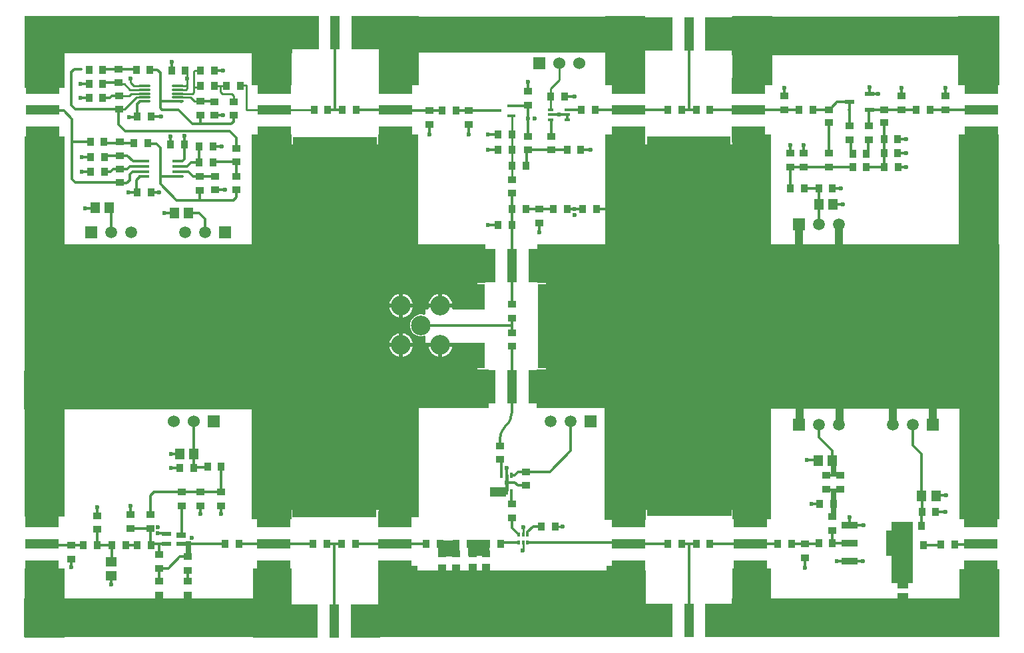
<source format=gbr>
%FSTAX44Y44*%
%MOMM*%
%SFA1B1*%

%IPPOS*%
%AMD23*
4,1,8,-0.701040,-0.139700,0.701040,-0.139700,0.734060,-0.104140,0.734060,0.104140,0.701040,0.139700,-0.701040,0.139700,-0.734060,0.104140,-0.734060,-0.104140,-0.701040,-0.139700,0.0*
1,1,0.070000,-0.701040,-0.104140*
1,1,0.070000,0.701040,-0.104140*
1,1,0.070000,0.701040,0.104140*
1,1,0.070000,-0.701040,0.104140*
%
%ADD10C,0.368299*%
%ADD11R,0.999998X0.899998*%
%ADD12R,0.899998X0.999998*%
%ADD13R,4.199992X1.199998*%
%ADD14R,4.199992X1.999996*%
%ADD15R,2.099996X0.899998*%
%ADD16R,2.099996X3.199994*%
%ADD17R,1.399997X1.199998*%
%ADD18R,1.199998X1.399997*%
%ADD19R,0.787398X0.355599*%
%ADD20R,1.199998X4.199992*%
%ADD21R,1.999996X4.199992*%
%ADD22R,1.422397X0.431799*%
G04~CAMADD=23~8~0.0~0.0~578.7~110.2~13.8~0.0~15~0.0~0.0~0.0~0.0~0~0.0~0.0~0.0~0.0~0~0.0~0.0~0.0~180.0~578.0~110.0*
%ADD23D23*%
%ADD24R,0.355599X0.787398*%
%ADD25R,0.304799X0.507999*%
%ADD26R,1.142998X0.457199*%
%ADD27R,1.149998X0.599999*%
%ADD28R,1.149998X0.499999*%
%ADD29R,1.149998X0.799998*%
%ADD30R,1.019998X0.889998*%
%ADD31C,0.253999*%
%ADD32C,0.999998*%
%ADD33C,0.399999*%
%ADD34C,0.380999*%
%ADD35C,0.499999*%
%ADD36R,33.999932X8.449983*%
%ADD37R,5.199990X18.949962*%
%ADD38R,0.749999X2.507995*%
%ADD39R,0.749999X3.499993*%
%ADD40R,2.699995X7.749985*%
%ADD41R,0.999998X3.899992*%
%ADD42R,2.099996X1.199998*%
%ADD43R,0.799998X1.499997*%
%ADD44R,33.999932X4.999990*%
%ADD45R,2.699995X4.199992*%
%ADD46R,5.124990X18.949962*%
%ADD47R,13.799972X4.999990*%
%ADD48R,5.199980X8.849972*%
%ADD49R,5.124990X8.849982*%
%ADD50R,33.924932X4.674991*%
%ADD51R,13.669973X4.999990*%
%ADD52R,5.124990X18.949972*%
%ADD53R,5.174990X8.849982*%
%ADD54R,5.274999X8.849992*%
%ADD55R,5.024990X18.949962*%
%ADD56R,5.163550X18.911522*%
%ADD57R,33.999932X4.788430*%
%ADD58R,5.138540X8.888422*%
%ADD59R,5.111430X9.188412*%
%ADD60R,5.111440X18.611523*%
%ADD61R,5.050000X19.049962*%
%ADD62R,4.999990X8.749982*%
%ADD63R,4.999990X19.049962*%
%ADD64R,5.050000X8.649983*%
%ADD65R,4.999990X8.999982*%
%ADD66R,4.999990X8.999982*%
%ADD67R,14.099972X4.999990*%
%ADD68R,5.274989X19.199962*%
%ADD69R,5.174990X18.799962*%
%ADD70R,13.899972X4.999990*%
%ADD71R,2.799994X2.099996*%
%ADD72R,5.149990X18.699963*%
%ADD73R,5.124990X18.999962*%
%ADD74R,5.149990X8.799982*%
%ADD75R,4.999990X8.799972*%
%ADD76C,1.499997*%
%ADD77R,1.499997X1.499997*%
%ADD78R,1.529997X1.529997*%
%ADD79C,1.529997*%
%ADD80C,2.499995*%
%ADD81C,0.599999*%
%ADD82C,0.999998*%
%ADD83C,3.499993*%
%LNradar_1ghz_copper_signal_top-1*%
%LPD*%
G36*
X00453459Y-00167539D02*
X00457999D01*
Y-00340999*
X00581459*
Y-00345539*
X00589999*
Y-00377499*
X00549734*
X00548692Y-00376229*
X00548837Y-00375499*
X00533999*
X00519162*
X00519307Y-00376229*
X00518265Y-00377499*
X00514999*
Y-00384214*
X00513729Y-00385011*
X00510812Y-00384229*
X00507186*
X00503684Y-00385168*
X00500544Y-00386981*
X0049798Y-00389544*
X00496168Y-00392684*
X00495229Y-00396186*
Y-00399812*
X00496168Y-00403314*
X0049798Y-00406454*
X00500544Y-00409018*
X00503684Y-00410831*
X00507186Y-00411769*
X00510812*
X00513729Y-00410988*
X00514999Y-00411784*
Y-00419999*
X00518261*
X00518671Y-004205*
X00533999*
X00549328*
X00549738Y-00419999*
X00589999*
Y-00452459*
X00581459*
Y-00456999*
X00459999*
Y-0063246*
X00452459*
Y-00641999*
X00345539*
Y-0063246*
X00341999*
Y-00457999*
X00004999*
Y-00339999*
X00341999*
Y-00167539*
X00346539*
Y-00158999*
X00453459*
Y-00167539*
G37*
G36*
X00902459D02*
X00907999D01*
Y-00341499*
X01245*
Y-00459499*
X00907999*
Y-0063246*
X00904459*
Y-00640499*
X00796539*
Y-0063246*
X00791999*
Y-00458499*
X00668539*
Y-00452459*
X00657999*
Y-00345539*
X00668539*
Y-00342499*
X00789999*
Y-00167539*
X00796539*
Y-00157499*
X00902459*
Y-00167539*
G37*
%LNradar_1ghz_copper_signal_top-2*%
%LPC*%
G36*
X00536499Y-00358162D02*
Y-00370499D01*
X00548837*
X00548461Y-00368612*
X00547328Y-00365875*
X00545682Y-00363412*
X00543587Y-00361317*
X00541123Y-00359671*
X00538386Y-00358537*
X00536499Y-00358162*
G37*
G36*
X00486499D02*
Y-00370499D01*
X00498837*
X00498461Y-00368612*
X00497328Y-00365875*
X00495682Y-00363412*
X00493587Y-00361317*
X00491123Y-00359671*
X00488386Y-00358537*
X00486499Y-00358162*
G37*
G36*
X005315D02*
X00529612Y-00358537D01*
X00526875Y-00359671*
X00524412Y-00361317*
X00522317Y-00363412*
X00520671Y-00365875*
X00519537Y-00368612*
X00519162Y-00370499*
X005315*
Y-00358162*
G37*
G36*
X00481499D02*
X00479612Y-00358537D01*
X00476875Y-00359671*
X00474412Y-00361317*
X00472317Y-00363412*
X00470671Y-00365875*
X00469537Y-00368612*
X00469162Y-00370499*
X00481499*
Y-00358162*
G37*
G36*
X00498837Y-00375499D02*
X00486499D01*
Y-00387837*
X00488386Y-00387461*
X00491123Y-00386328*
X00493587Y-00384682*
X00495682Y-00382587*
X00497328Y-00380123*
X00498461Y-00377386*
X00498837Y-00375499*
G37*
G36*
X00481499D02*
X00469162D01*
X00469537Y-00377386*
X00470671Y-00380123*
X00472317Y-00382587*
X00474412Y-00384682*
X00476875Y-00386328*
X00479612Y-00387461*
X00481499Y-00387837*
Y-00375499*
G37*
G36*
X00486499Y-00408162D02*
Y-004205D01*
X00498837*
X00498461Y-00418612*
X00497328Y-00415875*
X00495682Y-00413412*
X00493587Y-00411317*
X00491123Y-00409671*
X00488386Y-00408537*
X00486499Y-00408162*
G37*
G36*
X00481499D02*
X00479612Y-00408537D01*
X00476875Y-00409671*
X00474412Y-00411317*
X00472317Y-00413412*
X00470671Y-00415875*
X00469537Y-00418612*
X00469162Y-004205*
X00481499*
Y-00408162*
G37*
G36*
X00498837Y-004255D02*
X00486499D01*
Y-00437837*
X00488386Y-00437461*
X00491123Y-00436328*
X00493587Y-00434682*
X00495682Y-00432587*
X00497328Y-00430123*
X00498461Y-00427386*
X00498837Y-004255*
G37*
G36*
X00548837D02*
X00536499D01*
Y-00437837*
X00538386Y-00437461*
X00541123Y-00436328*
X00543587Y-00434682*
X00545682Y-00432587*
X00547328Y-00430123*
X00548461Y-00427386*
X00548837Y-004255*
G37*
G36*
X005315D02*
X00519162D01*
X00519537Y-00427386*
X00520671Y-00430123*
X00522317Y-00432587*
X00524412Y-00434682*
X00526875Y-00436328*
X00529612Y-00437461*
X005315Y-00437837*
Y-004255*
G37*
G36*
X00481499D02*
X00469162D01*
X00469537Y-00427386*
X00470671Y-00430123*
X00472317Y-00432587*
X00474412Y-00434682*
X00476875Y-00436328*
X00479612Y-00437461*
X00481499Y-00437837*
Y-004255*
G37*
%LNradar_1ghz_copper_signal_top-3*%
%LPD*%
G54D10*
X00616825Y-00526173D02*
D01*
X00615716Y-00527364*
X00614692Y-00528629*
X00613758Y-00529962*
X00612921Y-00531357*
X00612182Y-00532807*
X00611546Y-00534305*
X00611017Y-00535843*
X00610596Y-00537415*
X00610286Y-00539013*
X00610088Y-00540628*
X00610003Y-00542253*
X00609999Y-00542634*
X00616825Y-00526173D02*
D01*
X00618153Y-00524752*
X00619378Y-00523241*
X00620494Y-00521648*
X00621497Y-00519981*
X00622381Y-00518248*
X00623143Y-00516458*
X00623777Y-0051462*
X00624281Y-00512741*
X00624654Y-00510832*
X00624892Y-00508901*
X00624995Y-00506959*
X00624999Y-00506456*
X00064999Y-00075488D02*
X00068488Y-00071999D01*
X00077496*
X01079999Y-00103539D02*
Y-00094999D01*
X01079779Y-00103919D02*
X01090919D01*
X01090999Y-00103999*
X01079699Y-00103839D02*
X01079779Y-00103919D01*
X01079699Y-00103839D02*
X01079999Y-00103539D01*
X01040399Y-00298899D02*
X01040999Y-00299499D01*
X00988999Y-00304999D02*
X00989599Y-00304399D01*
X00988999Y-00307999D02*
X00989599Y-00307399D01*
X01032999Y-00243999D02*
X01045999D01*
X01032499Y-00223999D02*
X01042999D01*
X00995999Y-00179249D02*
Y-00168999D01*
X00978999Y-00179249D02*
Y-00168999D01*
X00970999Y-00106249D02*
Y-00095999D01*
X01175999Y-00106499D02*
Y-00095999D01*
X01119999Y-00106499D02*
Y-00095999D01*
X01115499Y-00160999D02*
X01125999D01*
X01115499Y-00178999D02*
X01125999D01*
X01115749Y-00196999D02*
X01125999D01*
X01055999Y-00177749D02*
Y-00161749D01*
X01053999Y-00159749D02*
X01055999Y-00161749D01*
Y-00177749D02*
X01058249Y-00179999D01*
X01078408Y-00162341D02*
X01078999Y-00161749D01*
X01078408Y-00177341D02*
Y-00162341D01*
X01075749Y-00179999D02*
X01078408Y-00177341D01*
X01098249Y-00196999D02*
D01*
X01075749D02*
X01098249D01*
X01097999Y-00196749D02*
X01098249Y-00196999D01*
X01097999Y-00196749D02*
Y-00178999D01*
Y-00160999*
X01078999Y-00124859D02*
X01079699Y-00124159D01*
X01078999Y-00144249D02*
Y-00124859D01*
X01097999Y-00160999D02*
Y-00140279D01*
X01031258Y-00121127D02*
X01038385Y-00113999D01*
X01054299*
X01079779Y-00124079D02*
X01097919D01*
X01097999Y-00123999*
X01079699Y-00124159D02*
X01079779Y-00124079D01*
X01097999Y-00123999D02*
X01119999D01*
X01139249*
X01139169Y-00124079D02*
X01139249Y-00123999D01*
X01156749D02*
X01175999D01*
X01221999*
X01028649Y-00123859D02*
X01031258Y-00121251D01*
Y-00121127*
X01027999Y-00123859D02*
X01028649D01*
X01053999Y-00123999D02*
Y-00115239D01*
Y-00142249D02*
Y-00123999D01*
X01053859Y-00123859D02*
X01053999Y-00123999D01*
X01053599Y-00114839D02*
X01053999Y-00115239D01*
X01027999Y-00179249D02*
Y-00140139D01*
X01027929Y-00123929D02*
X01027999Y-00123859D01*
X01007749Y-00123999D02*
X01007819Y-00123929D01*
X01027929*
X00925999Y-00123999D02*
X00990249D01*
X01058124Y-00196874D02*
X01058249Y-00196999D01*
X01027999Y-00196749D02*
X01028124Y-00196874D01*
X01058124*
X00995999Y-00196749D02*
X01027999D01*
X00978999D02*
X00995999D01*
X00996749Y-00223999D02*
X01014999D01*
X00979124Y-00223874D02*
Y-00196874D01*
Y-00223874D02*
X00979249Y-00223999D01*
X00978999Y-00196749D02*
X00979124Y-00196874D01*
X01014999Y-00243999D02*
Y-00223999D01*
Y-00269499D02*
Y-00243999D01*
X00321999Y-00675999D02*
X00372249D01*
X00277749D02*
X00321999D01*
X01220499Y-00676499D02*
X01220999Y-00675999D01*
X01188249Y-00676499D02*
X01220499D01*
X01148999Y-00677249D02*
X01169999D01*
X01170749Y-00676499*
X01148249Y-00677999D02*
X01148999Y-00677249D01*
X01032749Y-00674999D02*
Y-00658999D01*
Y-00674999D02*
X01053999D01*
X01014624Y-00675624D02*
X01015249Y-00674999D01*
X00998124Y-00675624D02*
X01014624D01*
X00997499Y-00676249D02*
X00998124Y-00675624D01*
X01134599Y-00550599D02*
X01145999Y-00561999D01*
X01134599Y-00550599D02*
Y-00524499D01*
X01145999Y-00614999D02*
Y-00561999D01*
X01146249Y-00635D02*
Y-00615249D01*
X01145999Y-00614999D02*
X01146249Y-00615249D01*
X01145999Y-00652749D02*
Y-00635249D01*
X01145749Y-00652999D02*
X01145999Y-00652749D01*
Y-00635249D02*
X01146249Y-00635D01*
X01053999Y-00651999D02*
Y-00641999D01*
X01037999Y-00697999D02*
X01070999D01*
X01053999Y-00651999D02*
X01071999D01*
X01005999Y-00624999D02*
X01016499D01*
X00192124Y-00073624D02*
X00192187Y-00073562D01*
X010154Y-00540399D02*
X01032499Y-00557499D01*
Y-00569999D02*
Y-00557499D01*
X010154Y-00540399D02*
Y-00524499D01*
X01024999Y-00588749D02*
X01042499D01*
X01026249Y-00607499D02*
X01037499D01*
X01024999Y-00606249D02*
X01026249Y-00607499D01*
X00997374Y-00676124D02*
X00997499Y-00676249D01*
X01039999Y-00586249D02*
X01042499Y-00588749D01*
X00999999Y-00569499D02*
X01013999D01*
X01014499Y-00569999*
X00980874Y-00676124D02*
X00997374D01*
X00980749Y-00675999D02*
X00980874Y-00676124D01*
X00927999Y-00675999D02*
X00963249D01*
X01163749Y-00635D02*
X01175999D01*
X01164999Y-00613999D02*
X01176749D01*
X01163999Y-00614999D02*
X01164999Y-00613999D01*
X01163749Y-00615249D02*
X01163999Y-00614999D01*
X00997499Y-00705999D02*
Y-00693749D01*
X00644729Y-00674379D02*
X00771379D01*
X00772999Y-00675999*
X00673249Y-00584249D02*
X00699999Y-00557499D01*
Y-00519999*
X00642999Y-00584249D02*
X00673249D01*
X00032499Y-00124999D02*
X00054999D01*
X00065499Y-00162499D02*
Y-00135499D01*
X00054999Y-00124999D02*
X00065499Y-00135499D01*
X00177999Y-00217999D02*
Y-00207999D01*
Y-00217999D02*
X00198749Y-00238749D01*
X00227999*
X00174999Y-00662499D02*
X00175249Y-00662749D01*
X00185249D02*
X00185499Y-00662999D01*
X00175249Y-00662749D02*
X00185249D01*
X00164999Y-00614999D02*
X00169749Y-00610249D01*
X00164999Y-00638749D02*
Y-00614999D01*
X00165449Y-00674206D02*
Y-00656249D01*
X00168427Y-00675519D02*
X00168908Y-00675999D01*
X00168427Y-00675519D02*
Y-00675007D01*
X00169749Y-00610249D02*
X00204999D01*
X00139999Y-00656249D02*
X00164999D01*
X00116249Y-00697249D02*
Y-00677499D01*
X00114999Y-006985D02*
X00116249Y-00697249D01*
X00097499Y-00677499D02*
D01*
Y-00657499*
Y-00677499D02*
X00116249D01*
X00097499Y-00639999D02*
Y-00629249D01*
X00114999Y-00727249D02*
Y-00716499D01*
X00624999Y-00506456D02*
Y-00506436D01*
Y-00475999*
X00609999Y-00542634D02*
Y-00548591D01*
Y-00551249D02*
Y-00548591D01*
X00105479Y-00071999D02*
X001465D01*
X00104739Y-00072739D02*
X00105479Y-00071999D01*
X001465D02*
X00147249Y-00072749D01*
X00179999Y-00123999D02*
X00200999D01*
X00177719Y-00121719D02*
X00179999Y-00123999D01*
X00177719Y-00121719D02*
Y-00112999D01*
X00192187Y-00073562D02*
Y-00062937D01*
X00192124Y-00062874D02*
X00192187Y-00062937D01*
X00114749Y-00202249D02*
X00117999Y-00198999D01*
X00106499Y-00202249D02*
X00114749D01*
X00117999Y-00198999D02*
X00126499D01*
X00135999D02*
X00139249Y-00195749D01*
X00126499Y-00198999D02*
X00135999D01*
X00139249Y-00195749D02*
X00157032D01*
X00106499Y-00183749D02*
X00108249Y-00181999D01*
X00126749*
X00135999*
X00143249Y-00189249*
X00157032*
X00190874Y-00158124D02*
X00190999Y-00157999D01*
X00190749Y-00168249D02*
X00190874Y-00168124D01*
Y-00158124*
X00177999Y-00207999D02*
Y-00171999D01*
Y-00207999D02*
X00178749Y-00208749D01*
X00200466*
X00227999Y-00238749D02*
X00270999D01*
X00227999D02*
D01*
X00177719Y-00112999D02*
Y-00076549D01*
Y-00112999D02*
X00177939Y-00113219D01*
X00200399*
X00228999Y-00141999D02*
X00267999D01*
X00218999D02*
X00228999D01*
X00228499Y-00141499D02*
Y-00130749D01*
Y-00141499D02*
X00228999Y-00141999D01*
X00200999Y-00123999D02*
X00218999Y-00141999D01*
X00267999D02*
X00270999Y-00138999D01*
Y-00131249*
X00271249Y-00130999*
X00124874Y-00142374D02*
X00133499Y-00150999D01*
X00265749*
X00274499Y-00159749*
X00030999Y-00123499D02*
X00032499Y-00124999D01*
X00200466Y-00208749D02*
X00200625Y-00208908D01*
X00205656*
X00104739Y-00108299D02*
X00113699D01*
X00116249Y-00105749*
X00125249*
X00069874Y-00122874D02*
X00124874D01*
X00064999Y-00117999D02*
X00069874Y-00122874D01*
X00124874Y-00142374D02*
Y-00122874D01*
X00183249Y-00255249D02*
X00183374Y-00255124D01*
X00195874*
X00195999Y-00254999*
X00094749Y-00248999D02*
X0009525Y-00248499D01*
X00081999Y-00248999D02*
X00094749D01*
X00175874Y-00229124D02*
X00175999Y-00228999D01*
X00165999Y-00229249D02*
X00166124Y-00229124D01*
X00175874*
X00162999Y-00166689D02*
X00172689D01*
X00177999Y-00171999*
X00166249Y-00132249D02*
X00166624Y-00132624D01*
X00178624*
X00065499Y-00164249D02*
Y-00162499D01*
X0006725Y-00164249*
X00088749*
X00076489Y-00108299D02*
X00087239D01*
X00103999Y-00165999D02*
X00144499D01*
X00064999Y-00117999D02*
Y-00075488D01*
X00076489Y-00090519D02*
X00087239D01*
X00104739D02*
X00105759Y-00089499D01*
X00124999*
X00164749Y-00072739D02*
X00173909D01*
X00200466Y-00195749D02*
X00212249D01*
X00200466Y-00202249D02*
X00213249D01*
X00212249Y-00195749D02*
X00217249Y-00190749D01*
X00213249Y-00202249D02*
X00219342Y-00208342D01*
X00217249Y-00190749D02*
X00227249D01*
X00219342Y-00208342D02*
X00227843D01*
X00227249Y-00190749D02*
Y-00170999D01*
X00227843Y-00208342D02*
X00227999Y-00208499D01*
Y-00238749D02*
Y-00225999D01*
Y-00208499D02*
X00228249Y-00208249D01*
X00247749*
X00244749Y-00190749D02*
X00245249Y-00190249D01*
X00247749Y-00225749D02*
X00259749D01*
X00227249Y-00170999D02*
X00227499Y-00170749D01*
X00228499Y-00113249D02*
X00246499D01*
X00246749Y-00113499*
X00244999Y-00170749D02*
X0025575D01*
X00246749Y-00130999D02*
X00257499D01*
X00245249Y-00190249D02*
X00274749D01*
X00270999Y-00238749D02*
X00274749Y-00234999D01*
X00274499Y-00172499D02*
X00274749Y-00172749D01*
Y-00234999D02*
Y-00225749D01*
Y-00208249D02*
Y-00190249D01*
X00246749Y-00073749D02*
X00257499D01*
X00274499Y-00172499D02*
Y-00159749D01*
X00065499Y-00212249D02*
Y-00164249D01*
Y-00212249D02*
X00069749Y-00216499D01*
X00078249Y-00202249D02*
X00088999D01*
X00078249Y-00183749D02*
X00088999D01*
X00069749Y-00216499D02*
X00122499D01*
Y-00217249D02*
X00134999D01*
X00138999Y-00213249*
Y-00205999*
X00142749Y-00202249*
X00157032*
X00190749Y-00168249D02*
Y-00167749D01*
X00200399Y-00113219D02*
X00204399D01*
X00204529Y-00113349*
X00173909Y-00072739D02*
X00177719Y-00076549D01*
X00192124Y-00073624D02*
X00192249Y-00073749D01*
X00624999Y-00655268D02*
Y-00642749D01*
Y-00655268D02*
X0063373Y-00663998D01*
Y-00664379D02*
Y-00663998D01*
X00624999Y-00475999D02*
Y-00424749D01*
X00624499Y-00588331D02*
X00628817D01*
X00632899Y-00584249*
X00642999*
X00628704Y-00598031D02*
X00632422Y-00601749D01*
X00642999*
X00617999Y-00598031D02*
X00628704D01*
X00624563Y-00624813D02*
Y-00609731D01*
X00624499Y-00609667D02*
X00624563Y-00609731D01*
Y-00624813D02*
X00624999Y-00625249D01*
X00617999Y-00588331D02*
Y-00578999D01*
X00609999Y-00568749D02*
X00611499Y-00571408D01*
Y-00588331D02*
Y-00571408D01*
X00651834Y-00653999D02*
X00662249D01*
X00644729Y-00664379D02*
Y-00661104D01*
X00651834Y-00653999*
X00475999Y-00675999D02*
X00516249D01*
X00610749D02*
X00612369Y-00674379D01*
X0063373*
X00219999Y-00561499D02*
Y-00519999D01*
Y-00561499D02*
X00220249Y-00561749D01*
X00644999Y-00100499D02*
Y-00087999D01*
X00691831Y-00106917D02*
X00704331D01*
X00644999Y-00157499D02*
Y-00134999D01*
Y-00174999D02*
X00674999D01*
X00623889Y-00118499D02*
X00644499D01*
X00644999Y-00117999*
X00704999Y-00249999D02*
X00714999D01*
X00694999D02*
X00704999D01*
X00644999Y-00134999D02*
Y-00117999D01*
X00659999Y-00249999D02*
X00677499D01*
X00712499Y-00174999D02*
X00724999D01*
X00674999D02*
X00694999D01*
X00642499Y-00194999D02*
X00643749Y-00193749D01*
Y-00176249*
X00644999Y-00174999*
X00659999Y-00279999D02*
Y-00267499D01*
X00674602Y-00136499D02*
X00674665Y-00136563D01*
Y-00157165D02*
X00674999Y-00157499D01*
X00674331Y-00136499D02*
X00674602D01*
X00674665Y-00157165D02*
Y-00136563D01*
X00695667Y-00136499D02*
Y-00129999D01*
X00684999D02*
X00695667D01*
X00674331D02*
X00684999D01*
X00697699Y-00123499D02*
X00698199Y-00123999D01*
X00713499*
X00695667Y-00123499D02*
X00697699D01*
X00730999Y-00123999D02*
X00772999D01*
X00569999Y-00154999D02*
Y-00142499D01*
X00519999Y-00154999D02*
Y-00142499D01*
X00594999Y-00154999D02*
X00607499D01*
X00594999Y-00174999D02*
X00607499D01*
X00624999Y-00249999D02*
Y-00229999D01*
X00569999Y-00124999D02*
X00606109D01*
X00553749D02*
X00569999D01*
X00519999D02*
X00536249D01*
X00477999D02*
X00519999D01*
X00476999Y-00123999D02*
X00477999Y-00124999D01*
X00594999Y-00269999D02*
X00607499D01*
X00732499Y-00249999D02*
X00759499D01*
X00759999Y-00249499*
X00642499Y-00249999D02*
X00659999D01*
X00624999Y-00269999D02*
Y-00249999D01*
Y-00321999D02*
Y-00269999D01*
Y-00321999D02*
D01*
Y-00371249D02*
Y-00321999D01*
Y-00397999D02*
Y-00388749D01*
Y-00407249D02*
Y-00397999D01*
X00508999D02*
X00624999D01*
X00849999Y-00123999D02*
X00859249D01*
X00840749D02*
X00849999D01*
Y-00026999*
Y-00675999D02*
X00859249D01*
X00840749D02*
X00849999D01*
Y-00772999D02*
Y-00675999D01*
X00398999D02*
X00408249D01*
X00389749D02*
X00398999D01*
Y-00773999D02*
D01*
Y-00675999*
X00399999Y-00123999D02*
X00409249D01*
X00390749D02*
X00399999D01*
Y-00025999*
D01*
X00876749Y-00675999D02*
X00927999D01*
X00772999D02*
X00823249D01*
X00876749Y-00123999D02*
X00925999D01*
X00772999D02*
X00823249D01*
X00426749D02*
X00476999D01*
X00425749Y-00675999D02*
X00475999D01*
X00254999Y-00609749D02*
X00255124Y-00609624D01*
Y-00578124D02*
X00255249Y-00577999D01*
X00255124Y-00609624D02*
Y-00578124D01*
X00237249Y-00578499D02*
X00237749Y-00577999D01*
X00220249Y-00578999D02*
X00220749Y-00578499D01*
X00237249*
X00220249Y-00578999D02*
Y-00561749D01*
X00191999Y-00578999D02*
X00202749D01*
X00191499Y-00561749D02*
X00202249D01*
X00174999Y-00675999D02*
X00185499D01*
X00168908D02*
X00174999D01*
X00175999Y-00676999*
Y-00689499D02*
Y-00676999D01*
X00203999Y-00675999D02*
X00213999D01*
X00260249*
X00213999Y-00679499D02*
Y-00675999D01*
X00204999Y-00663499D02*
Y-00627749D01*
X00203999Y-00664499D02*
X00204999Y-00663499D01*
Y-00627749D02*
D01*
X00205249Y-00609999D02*
X00228499D01*
X00228749Y-00609749*
X00204999Y-00610249D02*
X00205249Y-00609999D01*
X00228749Y-00609749D02*
X00254999D01*
Y-00637999D02*
Y-00627249D01*
X00258249Y-00673999D02*
X00260249Y-00675999D01*
X00187999Y-00706999D02*
X00202999Y-00691999D01*
X00212999*
X00175999Y-00706999D02*
X00187999D01*
X00175999Y-00723249D02*
Y-00706999D01*
X00212999Y-00723249D02*
Y-00709499D01*
X00064999Y-00705749D02*
Y-00694999D01*
X00228749Y-00637999D02*
Y-00627249D01*
X00139999Y-00638749D02*
Y-00627999D01*
X00133749Y-00677499D02*
X00148749D01*
X00064999D02*
X00079999D01*
X00026999Y-00675999D02*
X00028499Y-00677499D01*
X00064999*
G54D11*
X00995999Y-00196749D03*
Y-00179249D03*
X01024999Y-00606249D03*
Y-00588749D03*
X01032499Y-00658749D03*
Y-00641249D03*
X00097499Y-00639999D03*
Y-00657499D03*
X00674999Y-00157499D03*
Y-00174999D03*
X00624999Y-00407249D03*
Y-00424749D03*
X00659999Y-00249999D03*
Y-00267499D03*
X00254999Y-00627249D03*
Y-00609749D03*
X00064999Y-00694999D03*
Y-00677499D03*
X00624999Y-00388749D03*
Y-00371249D03*
X00212999Y-00723249D03*
Y-00740749D03*
X00204999Y-00610249D03*
Y-00627749D03*
X00139999Y-00656249D03*
Y-00638749D03*
X00164999D03*
Y-00656249D03*
X01042499Y-00588749D03*
Y-00606249D03*
X01027999Y-00196749D03*
Y-00179249D03*
X00246749Y-00113499D03*
Y-00130999D03*
X00228499Y-00130749D03*
Y-00113249D03*
X00125249Y-00123249D03*
Y-00105749D03*
X00126749Y-00181999D03*
Y-00164499D03*
X00274749Y-00190249D03*
Y-00172749D03*
X00124999Y-00089499D03*
Y-00071999D03*
X00126499Y-00216499D03*
Y-00198999D03*
X00227999Y-00225999D03*
Y-00208499D03*
X00247749Y-00208249D03*
Y-00225749D03*
X00591999Y-00688249D03*
Y-00705749D03*
X00554139Y-00688649D03*
Y-00706149D03*
X00212999Y-00691999D03*
Y-00709499D03*
X00644999Y-00117999D03*
Y-00100499D03*
Y-00174999D03*
Y-00157499D03*
X00624999Y-00212499D03*
Y-00229999D03*
X00274749Y-00208249D03*
Y-00225749D03*
X00271249Y-00113499D03*
Y-00130999D03*
X00609999Y-00551249D03*
Y-00568749D03*
X00624999Y-00625249D03*
Y-00642749D03*
X00642999Y-00584249D03*
Y-00601749D03*
X00574999Y-00688249D03*
Y-00705749D03*
X00536359Y-00688649D03*
Y-00706149D03*
X01175999Y-00123999D03*
Y-00106499D03*
X00970999Y-00123749D03*
Y-00106249D03*
X01119999Y-00123999D03*
Y-00106499D03*
X01078999Y-00161749D03*
Y-00144249D03*
X01053999Y-00161749D03*
Y-00144249D03*
X00978999Y-00179249D03*
Y-00196749D03*
X00997499Y-00676249D03*
Y-00693749D03*
X00175999Y-00723249D03*
Y-00740749D03*
Y-00689499D03*
Y-00706999D03*
X00228749Y-00609749D03*
Y-00627249D03*
X00519999Y-00124999D03*
Y-00142499D03*
X00569999Y-00124999D03*
Y-00142499D03*
G54D12*
X01075749Y-00196999D03*
X01058249D03*
X01015249Y-00674999D03*
X01032749D03*
X01170749Y-00676499D03*
X01188249D03*
X01148249Y-00677999D03*
X01130749D03*
X01145749Y-00652999D03*
X01128249D03*
X00963249Y-00675999D03*
X00980749D03*
X01146249Y-00635D03*
X01163749D03*
X00677499Y-00249999D03*
X00694999D03*
X00730999Y-00123999D03*
X00713499D03*
X00607499Y-00269999D03*
X00624999D03*
X00642499Y-00249999D03*
X00624999D03*
X00859249Y-00675999D03*
X00876749D03*
X00823249D03*
X00840749D03*
X00202749Y-00578999D03*
X00220249D03*
X00097499Y-00677499D03*
X00079999D03*
X00859249Y-00123999D03*
X00876749D03*
X00823249D03*
X00840749D03*
X00408249Y-00675999D03*
X00425749D03*
X00372249D03*
X00389749D03*
X00426749Y-00123999D03*
X00409249D03*
X00390749D03*
X00373249D03*
X00255249Y-00577999D03*
X00237749D03*
X01058249Y-00179999D03*
X01075749D03*
X01115749Y-00196999D03*
X01098249D03*
X00996749Y-00223999D03*
X00979249D03*
X00662249Y-00653999D03*
X00679749D03*
X00104739Y-00108299D03*
X00087239D03*
X00144499Y-00165999D03*
X00161999D03*
X00227249Y-00190749D03*
X00244749D03*
X00147249Y-00072749D03*
X00164749D03*
X00228999Y-00092999D03*
X00246499D03*
X00261749D03*
X00279249D03*
X00106499Y-00202249D03*
X00088999D03*
X00133749Y-00677499D03*
X00116249D03*
X00536249Y-00124999D03*
X00553749D03*
X00607499Y-00154999D03*
X00624999D03*
X00642499Y-00194999D03*
X00624999D03*
X00209749Y-00073749D03*
X00192249D03*
X00148499Y-00229249D03*
X00165999D03*
X00148749Y-00132249D03*
X00166249D03*
X00208249Y-00168249D03*
X00190749D03*
X00106249Y-00164249D03*
X00088749D03*
X00104739Y-00072739D03*
X00087239D03*
X00106499Y-00183749D03*
X00088999D03*
X00227499Y-00170749D03*
X00244999D03*
X00104739Y-00090519D03*
X00087239D03*
X00229249Y-00073749D03*
X00246749D03*
X00610749Y-00675999D03*
X00593249D03*
X00571749D03*
X00554249D03*
X00533749D03*
X00516249D03*
X01139249Y-00123999D03*
X01156749D03*
X00990249D03*
X01007749D03*
X01097999Y-00178999D03*
X01115499D03*
X01097999Y-00160999D03*
X01115499D03*
X01032499Y-00223999D03*
X01014999D03*
X01033999Y-00624999D03*
X01016499D03*
X00260249Y-00675999D03*
X00277749D03*
X00148749Y-00677499D03*
X00166249D03*
X00714999Y-00249999D03*
X00732499D03*
X00712499Y-00174999D03*
X00694999D03*
X00607499D03*
X00624999D03*
X00674331Y-00106917D03*
X00691831D03*
G54D13*
X00321999Y-00675999D03*
X00027999Y-00123999D03*
X00322999D03*
X00026999Y-00675999D03*
X00772999Y-00123999D03*
X01220999Y-00675999D03*
X00925999Y-00123999D03*
X00772999Y-00675999D03*
X00927999D03*
X01221999Y-00123999D03*
X00475999Y-00675999D03*
X00476999Y-00123999D03*
G54D14*
X00321999Y-00706999D03*
Y-00644999D03*
X00027999Y-00092999D03*
Y-00154999D03*
X00322999D03*
Y-00092999D03*
X00026999Y-00706999D03*
Y-00644999D03*
X00772999Y-00092999D03*
Y-00154999D03*
X01220999Y-00644999D03*
Y-00706999D03*
X00925999Y-00154999D03*
Y-00092999D03*
X00772999Y-00644999D03*
Y-00706999D03*
X00927999D03*
Y-00644999D03*
X01221999Y-00092999D03*
Y-00154999D03*
X00475999Y-00706999D03*
Y-00644999D03*
X00476999Y-00154999D03*
Y-00092999D03*
G54D15*
X01053999Y-00651999D03*
Y-00674999D03*
Y-00697999D03*
G54D16*
X01110999Y-00674999D03*
G54D17*
X01121999Y-00726499D03*
Y-00744499D03*
X00114999Y-00716499D03*
Y-006985D03*
G54D18*
X01163999Y-00614999D03*
X01145999D03*
X00195999Y-00254999D03*
X00213999D03*
X00202249Y-00561749D03*
X00220249D03*
X00113249Y-00248499D03*
X0009525D03*
X01014999Y-00243999D03*
X01032999D03*
X01014499Y-00569999D03*
X01032499D03*
G54D19*
X00674331Y-00123499D03*
Y-00129999D03*
Y-00136499D03*
X00695667D03*
Y-00129999D03*
Y-00123499D03*
G54D20*
X00624999Y-00475999D03*
X00849999Y-00772999D03*
X00398999Y-00773999D03*
X00849999Y-00026999D03*
X00399999Y-00025999D03*
X00624999Y-00321999D03*
G54D21*
X00655999Y-00475999D03*
X00593999D03*
X00818999Y-00772999D03*
X00880999D03*
X00367999Y-00773999D03*
X00429999D03*
X00818999Y-00026999D03*
X00880999D03*
X00368999Y-00025999D03*
X00430999D03*
X00655999Y-00321999D03*
X00593999D03*
G54D22*
X00200466Y-00208749D03*
Y-00202249D03*
Y-00195749D03*
Y-00189249D03*
X00157032D03*
Y-00195749D03*
Y-00202249D03*
Y-00208749D03*
G54D23*
X00200399Y-00113219D03*
Y-00108219D03*
Y-00103219D03*
Y-00098219D03*
Y-00093219D03*
X00157399D03*
Y-00098219D03*
Y-00103219D03*
Y-00108219D03*
Y-00113219D03*
G54D24*
X00624499Y-00609667D03*
X00617999D03*
X00611499D03*
Y-00588331D03*
X00617999D03*
X00624499D03*
G54D25*
X0063373Y-00664379D03*
X00639229D03*
X00644729D03*
Y-00674379D03*
X00639229D03*
X0063373D03*
G54D26*
X00606109Y-00124999D03*
X00623889Y-00118499D03*
Y-00131499D03*
G54D27*
X01054299Y-00113999D03*
X01079699Y-00103839D03*
Y-00124159D03*
G54D28*
X00203999Y-00675999D03*
X00185499Y-00662999D03*
Y-00675999D03*
G54D29*
X00203999Y-00664499D03*
G54D30*
X01027999Y-00123859D03*
Y-00140139D03*
X01097999Y-00140279D03*
Y-00123999D03*
G54D31*
X00254Y-00100999D02*
X00256999Y-00103999D01*
X00268999*
X00254Y-00100999D02*
Y-00092999D01*
X00639229Y-00683769D02*
Y-00676379D01*
X00638999Y-00683999D02*
X00639229Y-00683769D01*
X00689569Y-00653884D02*
X00689684Y-00653769D01*
X00680419Y-00653884D02*
X00689569D01*
X00639114Y-00664264D02*
X00639229Y-00664379D01*
X00639114Y-00664264D02*
Y-00655114D01*
X00282479Y-00092499D02*
X00287499D01*
Y-00123999D02*
X00322999D01*
X00287499D02*
Y-00092499D01*
X00279249Y-00092999D02*
X00282479Y-00092499D01*
X00219999Y-00075237D02*
X00221487Y-00073749D01*
X00229249*
X00219999Y-00094849D02*
Y-00075237D01*
X00218511Y-00103219D02*
X00219999Y-00101732D01*
Y-00094849D02*
X00227149D01*
X00200399Y-00103219D02*
X00218511D01*
X00219999Y-00101732D02*
Y-00094849D01*
X00227149D02*
X00228999Y-00092999D01*
X00254D02*
X00261749D01*
X00246499D02*
X00254D01*
X00268999Y-00103999D02*
X00271249Y-00106249D01*
Y-00113499D02*
Y-00106249D01*
X00216219Y-00108219D02*
X00220999Y-00112999D01*
X00200399Y-00108219D02*
X00216219D01*
X00220999Y-00112999D02*
X00228249D01*
X00228499Y-00113249*
X00125249Y-00105749D02*
X00138249D01*
X00140779Y-00103219D02*
X00157399D01*
X00138249Y-00105749D02*
X00140779Y-00103219D01*
X00125541Y-00122958D02*
X00132571D01*
X0014731Y-00108219*
X00157399*
X00125249Y-00123249D02*
X00125541Y-00122958D01*
X00211779Y-00091999D02*
Y-00075779D01*
Y-00096732D02*
Y-00091999D01*
X00200399Y-00093219D02*
X00210559D01*
X00211779Y-00091999*
X00200399Y-00098219D02*
X00210291D01*
X00209749Y-00073749D02*
X00211779Y-00075779D01*
X00210291Y-00098219D02*
X00211779Y-00096732D01*
X00147999Y-00132999D02*
X00148749Y-00132249D01*
X00155999Y-00113219D02*
X00157399D01*
X00151669Y-00113349D02*
X00151799Y-00113219D01*
X00124999Y-00089499D02*
X00126499Y-00090999D01*
X00131999*
X00139219Y-00098219*
X00157399*
X00140249Y-00089249D02*
Y-00083999D01*
Y-00089249D02*
X00144219Y-00093219D01*
X00157399*
X00684999Y-00085999D02*
Y-00064999D01*
X00674331Y-00096667D02*
X00684999Y-00085999D01*
X00674331Y-00106917D02*
Y-00096667D01*
Y-00123499D02*
Y-00106917D01*
X00623983Y-00131499D02*
X00624999Y-00132515D01*
Y-00154999D02*
Y-00132515D01*
X00623889Y-00131499D02*
X00623983D01*
X00624999Y-00174999D02*
Y-00154999D01*
Y-00194999D02*
Y-00174999D01*
Y-00212499D02*
Y-00194999D01*
X00322999Y-00123999D02*
X00373249D01*
G54D32*
X01040399Y-00298899D02*
Y-00269499D01*
X00989599Y-00304399D02*
Y-00269499D01*
G54D33*
X00607499Y-00609999D02*
X00611499D01*
X00611831Y-00609667*
X00617999Y-00598031D02*
Y-00588331D01*
Y-0060773D02*
Y-00598031D01*
X00611831Y-00609667D02*
X00617777D01*
G54D34*
X00148749Y-00132249D02*
Y-00116269D01*
X00151669Y-00113349*
X00208569Y-0015743D02*
X00208888Y-00157111D01*
X00208569Y-0016793D02*
Y-0015743D01*
X00208249Y-00168249D02*
X00208569Y-0016793D01*
X00227499Y-00254999D02*
X00234999Y-00262499D01*
Y-00279999D02*
Y-00262499D01*
X00213999Y-00254999D02*
X00227499D01*
X00115249Y-00279749D02*
Y-00250499D01*
X00114999Y-00279999D02*
X00115249Y-00279749D01*
X00113249Y-00248499D02*
X00115249Y-00250499D01*
X00146386Y-00229124D02*
X0014738Y-0022813D01*
X00136999Y-00228999D02*
X00137124Y-00229124D01*
X00146386*
X0014738Y-0022813D02*
Y-00213448D01*
X00152079Y-00208749D02*
X00157032D01*
X0014738Y-00213448D02*
X00152079Y-00208749D01*
X00205961Y-00188995D02*
X00208193Y-00186763D01*
Y-00168306*
X0020072Y-00188995D02*
X00205961D01*
X00200466Y-00189249D02*
X0020072Y-00188995D01*
X00137999Y-00132999D02*
X00147999D01*
X00151799Y-00113219D02*
X00155999D01*
G54D35*
X00536359Y-00716899D02*
Y-00706149D01*
X00554139Y-00716899D02*
Y-00706149D01*
X00574999Y-00716499D02*
Y-00705749D01*
X00591999Y-00716499D02*
Y-00705749D01*
G54D36*
X00624999Y-00751749D03*
G54D37*
X01218999Y-00249749D03*
G54D38*
X01033669Y-00577459D03*
G54D39*
X01033749Y-00624999D03*
G54D40*
X01120999Y-00686749D03*
G54D41*
X01041299Y-00505749D03*
X01160499Y-00508749D03*
X01109499Y-00505749D03*
X00990499D03*
G54D42*
X00607499Y-00609999D03*
G54D43*
X00213999Y-00680499D03*
G54D44*
X01074999Y-00029499D03*
Y-00319499D03*
X00175385Y-00319115D03*
X01074999Y-00479499D03*
Y-00769499D03*
X00174999Y-00479999D03*
Y-00769999D03*
G54D45*
X00894499Y-00772999D03*
X00805499D03*
X00892499Y-00026999D03*
X00805499D03*
X004445Y-00025999D03*
X00355499D03*
X00443499Y-00773999D03*
X00354499D03*
G54D46*
X00769374Y-00249749D03*
G54D47*
X00725999Y-00319499D03*
G54D48*
X00480999Y-00048749D03*
G54D49*
X00769374Y-00048749D03*
G54D50*
X00625374Y-00027874D03*
G54D51*
X00523349Y-00319499D03*
G54D52*
X00480624Y-00249749D03*
G54D53*
X00930874Y-00048749D03*
G54D54*
X01218624Y-00048749D03*
G54D55*
X00930124Y-00249749D03*
G54D56*
X00319567Y-00249557D03*
G54D57*
X00175385Y-00028057D03*
G54D58*
X00319692Y-00048557D03*
G54D59*
X00030942Y-00050057D03*
G54D60*
X00030942Y-00251057D03*
G54D61*
X01219749Y-00549749D03*
G54D62*
X00929999Y-00750749D03*
G54D63*
X00929999Y-00549749D03*
G54D64*
X01219749Y-00751249D03*
G54D65*
X00769999Y-00748999D03*
G54D66*
X00479999Y-00748999D03*
G54D67*
X00525499Y-00478999D03*
G54D68*
X00768624Y-00549999D03*
G54D69*
X00480874Y-00547999D03*
G54D70*
X00725499Y-00478999D03*
G54D71*
X00544999Y-00681499D03*
X00583029Y-00680769D03*
G54D72*
X00030749Y-00548499D03*
G54D73*
X00319374Y-00549999D03*
G54D74*
X00030749Y-00750999D03*
G54D75*
X00319999Y-00750999D03*
G54D76*
X01040399Y-00269499D03*
X01014999D03*
X00674599Y-00519999D03*
X00699999D03*
X01134599Y-00524499D03*
X01109199D03*
X010154D03*
X010408D03*
X00234999Y-00279999D03*
X00209599D03*
X00114999D03*
X00140399D03*
G54D77*
X00989599Y-00269499D03*
X00725399Y-00519999D03*
X01159999Y-00524499D03*
X0099D03*
X00260399Y-00279999D03*
X00089599D03*
G54D78*
X00659599Y-00064999D03*
X00245399Y-00519999D03*
G54D79*
X00684999Y-00064999D03*
X00710399D03*
X00194599Y-00519999D03*
X00219999D03*
G54D80*
X00508999Y-00397999D03*
X00483999Y-00372999D03*
Y-00422999D03*
X00533999D03*
Y-00372999D03*
G54D81*
X00639114Y-00655114D03*
X00638999Y-00683999D03*
X00689684Y-00653769D03*
X01079999Y-00094999D03*
X01090999Y-00103999D03*
X01045999Y-00243999D03*
X00978999Y-00168999D03*
X00995999D03*
X01053999Y-00641999D03*
X01070999Y-00697999D03*
X01037999D03*
X01071999Y-00651999D03*
X01005999Y-00624999D03*
X00999999Y-00569499D03*
X01176749Y-00613999D03*
X01175999Y-00635D03*
X00174999Y-00662499D03*
X00097499Y-00629249D03*
X00208888Y-00157111D03*
X00192124Y-00062874D03*
X00081999Y-00248999D03*
X00211779Y-00083889D03*
X00178624Y-00132624D03*
X00602999Y-00610999D03*
X00617999Y-00598031D03*
Y-00578999D03*
X00644999Y-00087999D03*
X00704331Y-00106917D03*
X00653999Y-00134999D03*
X00704999Y-00257999D03*
X00644999Y-00134999D03*
X00704999Y-00249999D03*
X00724999Y-00174999D03*
X00659999Y-00279999D03*
X00684999Y-00129999D03*
X00569999Y-00154999D03*
X00519999D03*
X00594999D03*
Y-00174999D03*
Y-00269999D03*
X00191999Y-00578999D03*
X00191499Y-00561749D03*
X00213999Y-00675999D03*
X00114999Y-00727249D03*
X00064999Y-00705749D03*
X00174999Y-00654999D03*
X00217999Y-00667999D03*
X00190999Y-00157999D03*
X00137999Y-00132999D03*
X00183249Y-00255249D03*
X00175999Y-00228999D03*
X00136999D03*
X00076489Y-00108299D03*
X00140249Y-00083999D03*
X00076489Y-00090519D03*
X00257499Y-00073749D03*
Y-00130999D03*
X0025575Y-00170749D03*
X00259749Y-00225749D03*
X00078249Y-00183749D03*
Y-00202249D03*
X01042999Y-00223999D03*
X01125999Y-00160999D03*
Y-00196999D03*
Y-00178999D03*
X01175999Y-00095999D03*
X01119999D03*
X00970999D03*
X00997499Y-00705999D03*
X00139999Y-00627999D03*
X00228749Y-00637999D03*
X00254999D03*
G54D82*
X00249999Y-00759999D03*
X00224999D03*
X00099999D03*
X00124999D03*
X00074999D03*
X00274999D03*
X00174999D03*
X00149999D03*
X00199999D03*
X00699999Y-00039499D03*
X00549999D03*
X00599999D03*
X00574999D03*
X00524999D03*
X00674999D03*
X00624999D03*
X00649999D03*
X00724999D03*
Y-00309499D03*
X00125385Y-00039115D03*
X00100385D03*
X00075385D03*
X00150385D03*
X00175385D03*
X00200385D03*
X00225385D03*
X00275385D03*
X00250385D03*
X00310385Y-00224115D03*
Y-00249115D03*
Y-00274115D03*
Y-00199115D03*
X00524999Y-00309499D03*
X00489999Y-00249499D03*
Y-00224499D03*
X00549999Y-00309499D03*
X00489999Y-00199499D03*
X00759999D03*
X00699999Y-00309499D03*
X00489999Y-00274499D03*
X00759999D03*
Y-00224499D03*
Y-00249499D03*
X00075385Y-00309115D03*
X00100385D03*
X00125385D03*
X00175385D03*
X00200385D03*
X00275385D03*
X00225385D03*
X00250385D03*
X00150385D03*
X00040385Y-00199115D03*
Y-00224115D03*
Y-00249115D03*
Y-00274115D03*
X00939999Y-00249499D03*
Y-00274499D03*
X01209999Y-00199499D03*
Y-00274499D03*
Y-00249499D03*
Y-00224499D03*
X00974999Y-00309499D03*
X01149999D03*
X01074999D03*
X01024999D03*
X01049999D03*
X01099999D03*
X01124999D03*
X00999999D03*
X01174999D03*
Y-00039499D03*
X01099999D03*
X01074999D03*
X01124999D03*
X00974999D03*
X01024999D03*
X01049999D03*
X00999999D03*
X01149999D03*
X00939999Y-00224499D03*
Y-00199499D03*
X01125Y-00759499D03*
X01149999D03*
X01174999D03*
X01209999Y-00599499D03*
Y-00574499D03*
X00939999Y-00599499D03*
Y-00574499D03*
Y-00549499D03*
Y-00524499D03*
X00975Y-00489499D03*
X01D03*
X01024999D03*
X01049999D03*
X01074999D03*
X011D03*
X01125D03*
X01149999D03*
X01174999D03*
X01209999Y-00524499D03*
Y-00549499D03*
X01Y-00759499D03*
X01024999D03*
X01049999D03*
X01074999D03*
X011D03*
X00975D03*
X00759999Y-00573999D03*
Y-00523999D03*
Y-00598999D03*
Y-00548999D03*
X00489999Y-00573999D03*
Y-00523999D03*
Y-00548999D03*
Y-00598999D03*
X00699999Y-00758999D03*
X00624999D03*
X00599999D03*
X00649999D03*
X00724999D03*
X00549999D03*
X00524999D03*
X00574999D03*
X00674999D03*
X00549999Y-00488999D03*
X00524999D03*
X00699999D03*
X00724999D03*
X00536359Y-00716899D03*
X00554139D03*
X00574999Y-00716499D03*
X00591999D03*
X00124999Y-00489999D03*
X00224999D03*
X00274999D03*
X00249999D03*
X00074999D03*
X00149999D03*
X00199999D03*
X00174999D03*
X00099999D03*
X00039999Y-00599999D03*
Y-00549999D03*
Y-00524999D03*
Y-00574999D03*
X00309999Y-00549999D03*
Y-00599999D03*
Y-00524999D03*
Y-00574999D03*
G54D83*
X00319999Y-00769999D03*
X00029999D03*
X00479999Y-00319499D03*
Y-00029499D03*
X00320385Y-00029115D03*
X00030385D03*
X00769999Y-00029499D03*
Y-00319499D03*
X00320385Y-00319115D03*
X00030385D03*
X01219999Y-00319499D03*
X00929999D03*
Y-00029499D03*
X01219999D03*
Y-00769499D03*
X00929999Y-00479499D03*
X01219999D03*
X00929999Y-00769499D03*
X00479999Y-00768999D03*
X00769999D03*
Y-00478999D03*
X00479999D03*
X00029999Y-00479999D03*
X00319999D03*
M02*
</source>
